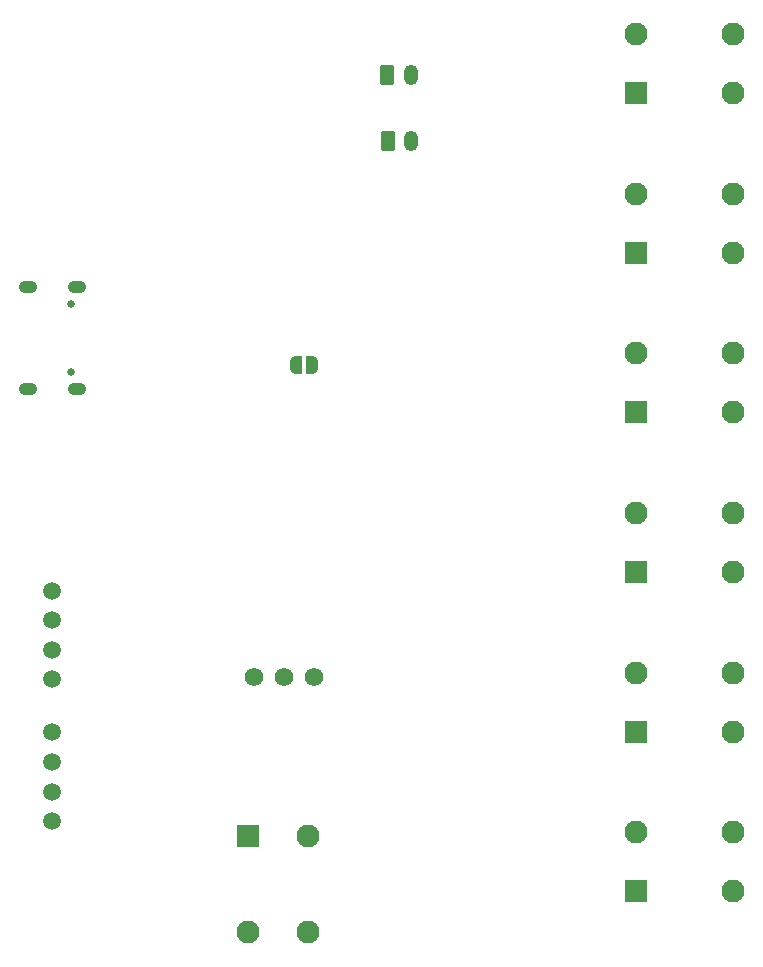
<source format=gbr>
G04 #@! TF.GenerationSoftware,KiCad,Pcbnew,7.0.2*
G04 #@! TF.CreationDate,2023-10-05T20:12:05+02:00*
G04 #@! TF.ProjectId,Harpe_ESP32,48617270-655f-4455-9350-33322e6b6963,rev?*
G04 #@! TF.SameCoordinates,Original*
G04 #@! TF.FileFunction,Soldermask,Bot*
G04 #@! TF.FilePolarity,Negative*
%FSLAX46Y46*%
G04 Gerber Fmt 4.6, Leading zero omitted, Abs format (unit mm)*
G04 Created by KiCad (PCBNEW 7.0.2) date 2023-10-05 20:12:05*
%MOMM*%
%LPD*%
G01*
G04 APERTURE LIST*
G04 Aperture macros list*
%AMRoundRect*
0 Rectangle with rounded corners*
0 $1 Rounding radius*
0 $2 $3 $4 $5 $6 $7 $8 $9 X,Y pos of 4 corners*
0 Add a 4 corners polygon primitive as box body*
4,1,4,$2,$3,$4,$5,$6,$7,$8,$9,$2,$3,0*
0 Add four circle primitives for the rounded corners*
1,1,$1+$1,$2,$3*
1,1,$1+$1,$4,$5*
1,1,$1+$1,$6,$7*
1,1,$1+$1,$8,$9*
0 Add four rect primitives between the rounded corners*
20,1,$1+$1,$2,$3,$4,$5,0*
20,1,$1+$1,$4,$5,$6,$7,0*
20,1,$1+$1,$6,$7,$8,$9,0*
20,1,$1+$1,$8,$9,$2,$3,0*%
%AMFreePoly0*
4,1,19,0.000000,0.744911,0.071157,0.744911,0.207708,0.704816,0.327430,0.627875,0.420627,0.520320,0.479746,0.390866,0.500000,0.250000,0.500000,-0.250000,0.479746,-0.390866,0.420627,-0.520320,0.327430,-0.627875,0.207708,-0.704816,0.071157,-0.744911,0.000000,-0.744911,0.000000,-0.750000,-0.500000,-0.750000,-0.500000,0.750000,0.000000,0.750000,0.000000,0.744911,0.000000,0.744911,
$1*%
%AMFreePoly1*
4,1,19,0.500000,-0.750000,0.000000,-0.750000,0.000000,-0.744911,-0.071157,-0.744911,-0.207708,-0.704816,-0.327430,-0.627875,-0.420627,-0.520320,-0.479746,-0.390866,-0.500000,-0.250000,-0.500000,0.250000,-0.479746,0.390866,-0.420627,0.520320,-0.327430,0.627875,-0.207708,0.704816,-0.071157,0.744911,0.000000,0.744911,0.000000,0.750000,0.500000,0.750000,0.500000,-0.750000,0.500000,-0.750000,
$1*%
G04 Aperture macros list end*
%ADD10RoundRect,0.250000X-0.350000X-0.625000X0.350000X-0.625000X0.350000X0.625000X-0.350000X0.625000X0*%
%ADD11O,1.200000X1.750000*%
%ADD12R,1.950000X1.950000*%
%ADD13C,1.950000*%
%ADD14C,0.650000*%
%ADD15RoundRect,0.500000X-0.300000X0.000000X-0.300000X0.000000X0.300000X0.000000X0.300000X0.000000X0*%
%ADD16C,1.500000*%
%ADD17C,1.575000*%
%ADD18FreePoly0,180.000000*%
%ADD19FreePoly1,180.000000*%
G04 APERTURE END LIST*
D10*
X129660000Y-95290000D03*
D11*
X131660000Y-95290000D03*
D10*
X129620000Y-89640000D03*
D11*
X131620000Y-89640000D03*
D12*
X117860000Y-154070000D03*
D13*
X117860000Y-162270000D03*
X122860000Y-154070000D03*
X122860000Y-162270000D03*
D14*
X102810000Y-109020000D03*
X102810000Y-114820000D03*
D15*
X103340000Y-107600000D03*
X99160000Y-107600000D03*
X103340000Y-116240000D03*
X99160000Y-116240000D03*
D16*
X101230000Y-140820000D03*
X101230000Y-138320000D03*
X101230000Y-135820000D03*
X101230000Y-133320000D03*
D17*
X123410000Y-140650000D03*
X120870000Y-140650000D03*
X118330000Y-140650000D03*
D12*
X150680000Y-91230000D03*
D13*
X158880000Y-91230000D03*
X150680000Y-86230000D03*
X158880000Y-86230000D03*
D12*
X150660000Y-118230000D03*
D13*
X158860000Y-118230000D03*
X150660000Y-113230000D03*
X158860000Y-113230000D03*
D12*
X150680000Y-104730000D03*
D13*
X158880000Y-104730000D03*
X150680000Y-99730000D03*
X158880000Y-99730000D03*
D16*
X101220000Y-152840000D03*
X101220000Y-150340000D03*
X101220000Y-147840000D03*
X101220000Y-145340000D03*
D12*
X150680000Y-158780000D03*
D13*
X158880000Y-158780000D03*
X150680000Y-153780000D03*
X158880000Y-153780000D03*
D12*
X150690000Y-145280000D03*
D13*
X158890000Y-145280000D03*
X150690000Y-140280000D03*
X158890000Y-140280000D03*
D12*
X150670000Y-131770000D03*
D13*
X158870000Y-131770000D03*
X150670000Y-126770000D03*
X158870000Y-126770000D03*
D18*
X121910000Y-114250000D03*
D19*
X123210000Y-114250000D03*
M02*

</source>
